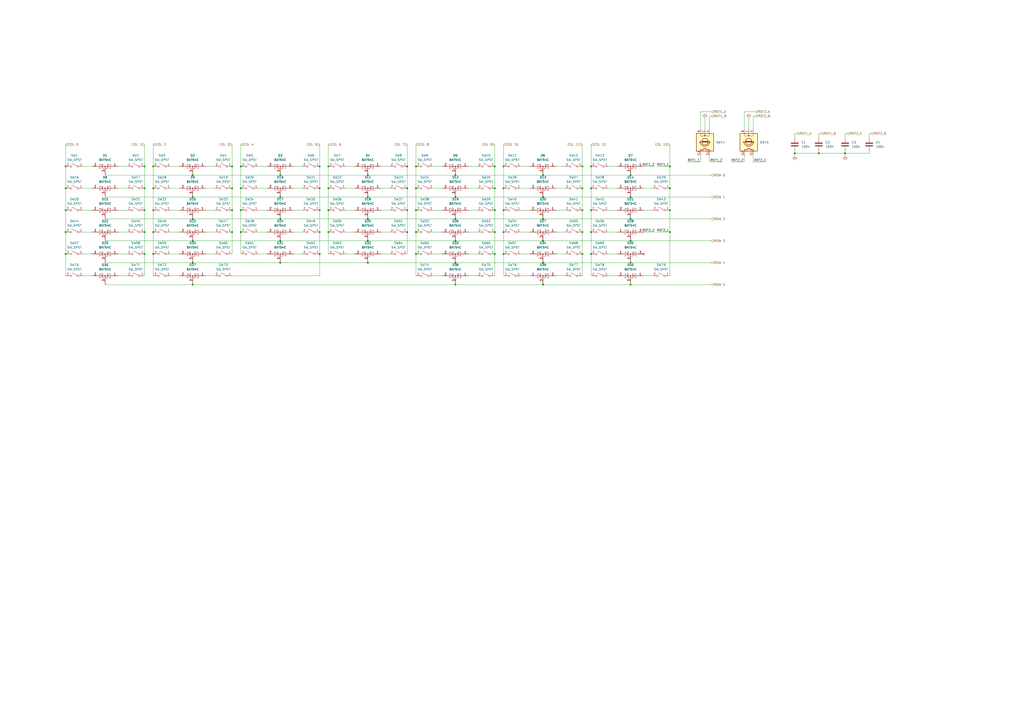
<source format=kicad_sch>
(kicad_sch (version 20211123) (generator eeschema)
  (paper "A2")
  (lib_symbols
    (symbol "Device:C" (pin_numbers hide) (pin_names (offset 0.254))
      (property "Reference" "C" (at 0.635 2.54 0))
      (property "Value" "C" (at 0.635 -2.54 0))
      (symbol "C_1_1"
        (pin passive line (at 0 3.81 270) (length 2.794) (name "~") (number "1"))
        (pin passive line (at 0 -3.81 90) (length 2.794) (name "~") (number "2"))
      )
    )
    (symbol "Device:RotaryEncoder_Switch" (pin_names (offset 0.254) hide)
      (property "Reference" "SW" (at 0 6.604 0))
      (property "Value" "RotaryEncoder_Switch" (at 0 -6.604 0))
      (symbol "RotaryEncoder_Switch_1_1"
        (pin passive line (at -7.62 2.54 0) (length 2.54) (name "A") (number "A"))
        (pin passive line (at -7.62 -2.54 0) (length 2.54) (name "B") (number "B"))
        (pin passive line (at -7.62 0 0) (length 2.54) (name "C") (number "C"))
        (pin passive line (at 7.62 2.54 180) (length 2.54) (name "S1") (number "S1"))
        (pin passive line (at 7.62 -2.54 180) (length 2.54) (name "S2") (number "S2"))
      )
    )
    (symbol "Diode:BAT54C" (pin_names (offset 1.016))
      (property "Reference" "D" (at 0.635 -3.81 0))
      (property "Value" "BAT54C" (at -6.35 3.175 0))
      (symbol "BAT54C_1_1"
        (pin passive line (at -7.62 0 0) (length 3.81) (name "~") (number "1"))
        (pin passive line (at 7.62 0 180) (length 3.81) (name "~") (number "2"))
        (pin passive line (at 0 -5.08 90) (length 5.08) (name "~") (number "3"))
      )
    )
    (symbol "Switch:SW_SPST" (pin_names (offset 0) hide)
      (property "Reference" "SW" (at 0 3.175 0))
      (property "Value" "SW_SPST" (at 0 -2.54 0))
      (symbol "SW_SPST_1_1"
        (pin passive line (at -5.08 0 0) (length 2.54) (name "A") (number "1"))
        (pin passive line (at 5.08 0 180) (length 2.54) (name "B") (number "2"))
      )
    )
    (symbol "power:GND" (power) (pin_names (offset 0))
      (property "Value" "GND" (at 0 -3.81 0))
      (symbol "GND_1_1"
        (pin power_in line (at 0 0 270) (length 0) hide (name "GND") (number "1"))
      )
    )
  )
  (junction (at 139.7 109.22))
  (junction (at 185.42 96.52))
  (junction (at 213.36 101.6))
  (junction (at 365.76 127))
  (junction (at 474.98 88.9))
  (junction (at 162.56 139.7))
  (junction (at 365.76 152.4))
  (junction (at 292.1 147.32))
  (junction (at 111.76 139.7))
  (junction (at 83.82 134.62))
  (junction (at 287.02 96.52))
  (junction (at 139.7 134.62))
  (junction (at 111.76 101.6))
  (junction (at 88.9 109.22))
  (junction (at 287.02 147.32))
  (junction (at 388.62 109.22))
  (junction (at 162.56 152.4))
  (junction (at 264.16 165.1))
  (junction (at 111.76 165.1))
  (junction (at 490.22 88.9))
  (junction (at 236.22 134.62))
  (junction (at 88.9 121.92))
  (junction (at 264.16 152.4))
  (junction (at 236.22 96.52))
  (junction (at 38.1 147.32))
  (junction (at 190.5 134.62))
  (junction (at 264.16 139.7))
  (junction (at 134.62 109.22))
  (junction (at 190.5 109.22))
  (junction (at 264.16 101.6))
  (junction (at 38.1 96.52))
  (junction (at 342.9 109.22))
  (junction (at 139.7 121.92))
  (junction (at 139.7 96.52))
  (junction (at 88.9 134.62))
  (junction (at 337.82 121.92))
  (junction (at 185.42 121.92))
  (junction (at 162.56 114.3))
  (junction (at 342.9 121.92))
  (junction (at 88.9 96.52))
  (junction (at 314.96 127))
  (junction (at 365.76 114.3))
  (junction (at 236.22 121.92))
  (junction (at 365.76 101.6))
  (junction (at 241.3 121.92))
  (junction (at 185.42 134.62))
  (junction (at 213.36 152.4))
  (junction (at 236.22 109.22))
  (junction (at 213.36 114.3))
  (junction (at 337.82 147.32))
  (junction (at 134.62 96.52))
  (junction (at 241.3 109.22))
  (junction (at 38.1 109.22))
  (junction (at 213.36 139.7))
  (junction (at 342.9 134.62))
  (junction (at 111.76 114.3))
  (junction (at 185.42 109.22))
  (junction (at 292.1 96.52))
  (junction (at 83.82 109.22))
  (junction (at 388.62 121.92))
  (junction (at 241.3 147.32))
  (junction (at 365.76 139.7))
  (junction (at 241.3 96.52))
  (junction (at 38.1 134.62))
  (junction (at 314.96 114.3))
  (junction (at 388.62 96.52))
  (junction (at 287.02 109.22))
  (junction (at 83.82 147.32))
  (junction (at 461.01 88.9))
  (junction (at 241.3 134.62))
  (junction (at 264.16 114.3))
  (junction (at 190.5 96.52))
  (junction (at 185.42 147.32))
  (junction (at 314.96 101.6))
  (junction (at 292.1 134.62))
  (junction (at 314.96 165.1))
  (junction (at 111.76 152.4))
  (junction (at 292.1 121.92))
  (junction (at 83.82 121.92))
  (junction (at 287.02 121.92))
  (junction (at 388.62 134.62))
  (junction (at 342.9 147.32))
  (junction (at 337.82 134.62))
  (junction (at 213.36 127))
  (junction (at 342.9 96.52))
  (junction (at 83.82 96.52))
  (junction (at 38.1 121.92))
  (junction (at 292.1 109.22))
  (junction (at 134.62 121.92))
  (junction (at 111.76 127))
  (junction (at 264.16 127))
  (junction (at 134.62 134.62))
  (junction (at 314.96 139.7))
  (junction (at 314.96 152.4))
  (junction (at 365.76 165.1))
  (junction (at 162.56 101.6))
  (junction (at 162.56 127))
  (junction (at 190.5 121.92))
  (junction (at 337.82 109.22))
  (junction (at 287.02 134.62))
  (junction (at 88.9 147.32))
  (junction (at 337.82 96.52))
  (no_connect (at 373.38 147.32))
  (wire (pts (xy 411.48 93.98) (xy 419.1 93.98)))
  (wire (pts (xy 322.58 134.62) (xy 327.66 134.62)))
  (wire (pts (xy 236.22 83.82) (xy 236.22 96.52)))
  (wire (pts (xy 111.76 139.7) (xy 162.56 139.7)))
  (wire (pts (xy 213.36 139.7) (xy 264.16 139.7)))
  (wire (pts (xy 342.9 134.62) (xy 342.9 147.32)))
  (wire (pts (xy 170.18 109.22) (xy 175.26 109.22)))
  (wire (pts (xy 287.02 83.82) (xy 287.02 96.52)))
  (wire (pts (xy 185.42 134.62) (xy 185.42 147.32)))
  (wire (pts (xy 68.58 134.62) (xy 73.66 134.62)))
  (wire (pts (xy 134.62 83.82) (xy 134.62 96.52)))
  (wire (pts (xy 38.1 109.22) (xy 38.1 121.92)))
  (wire (pts (xy 373.38 109.22) (xy 378.46 109.22)))
  (wire (pts (xy 48.26 109.22) (xy 53.34 109.22)))
  (wire (pts (xy 461.01 88.9) (xy 461.01 90.17)))
  (wire (pts (xy 491.49 77.47) (xy 490.22 77.47)))
  (wire (pts (xy 220.98 96.52) (xy 226.06 96.52)))
  (wire (pts (xy 314.96 101.6) (xy 365.76 101.6)))
  (wire (pts (xy 88.9 121.92) (xy 88.9 134.62)))
  (wire (pts (xy 48.26 134.62) (xy 53.34 134.62)))
  (wire (pts (xy 411.48 90.17) (xy 411.48 93.98)))
  (wire (pts (xy 185.42 96.52) (xy 185.42 109.22)))
  (wire (pts (xy 68.58 96.52) (xy 73.66 96.52)))
  (wire (pts (xy 88.9 96.52) (xy 88.9 109.22)))
  (wire (pts (xy 83.82 83.82) (xy 83.82 96.52)))
  (wire (pts (xy 99.06 121.92) (xy 104.14 121.92)))
  (wire (pts (xy 342.9 109.22) (xy 342.9 121.92)))
  (wire (pts (xy 314.96 114.3) (xy 365.76 114.3)))
  (wire (pts (xy 99.06 147.32) (xy 104.14 147.32)))
  (wire (pts (xy 337.82 96.52) (xy 337.82 109.22)))
  (wire (pts (xy 236.22 134.62) (xy 236.22 147.32)))
  (wire (pts (xy 353.06 134.62) (xy 358.14 134.62)))
  (wire (pts (xy 314.96 139.7) (xy 365.76 139.7)))
  (wire (pts (xy 251.46 134.62) (xy 256.54 134.62)))
  (wire (pts (xy 271.78 147.32) (xy 276.86 147.32)))
  (wire (pts (xy 474.98 87.63) (xy 474.98 88.9)))
  (wire (pts (xy 461.01 77.47) (xy 461.01 80.01)))
  (wire (pts (xy 314.96 152.4) (xy 365.76 152.4)))
  (wire (pts (xy 322.58 109.22) (xy 327.66 109.22)))
  (wire (pts (xy 38.1 96.52) (xy 38.1 109.22)))
  (wire (pts (xy 474.98 88.9) (xy 461.01 88.9)))
  (wire (pts (xy 134.62 109.22) (xy 134.62 121.92)))
  (wire (pts (xy 162.56 101.6) (xy 213.36 101.6)))
  (wire (pts (xy 251.46 96.52) (xy 256.54 96.52)))
  (wire (pts (xy 342.9 121.92) (xy 342.9 134.62)))
  (wire (pts (xy 139.7 109.22) (xy 139.7 121.92)))
  (wire (pts (xy 48.26 147.32) (xy 53.34 147.32)))
  (wire (pts (xy 139.7 134.62) (xy 139.7 147.32)))
  (wire (pts (xy 462.28 77.47) (xy 461.01 77.47)))
  (wire (pts (xy 302.26 160.02) (xy 307.34 160.02)))
  (wire (pts (xy 185.42 121.92) (xy 185.42 134.62)))
  (wire (pts (xy 111.76 127) (xy 162.56 127)))
  (wire (pts (xy 406.4 64.77) (xy 412.75 64.77)))
  (wire (pts (xy 337.82 83.82) (xy 337.82 96.52)))
  (wire (pts (xy 251.46 160.02) (xy 256.54 160.02)))
  (wire (pts (xy 60.96 152.4) (xy 111.76 152.4)))
  (wire (pts (xy 408.94 68.58) (xy 408.94 74.93)))
  (wire (pts (xy 251.46 121.92) (xy 256.54 121.92)))
  (wire (pts (xy 436.88 67.31) (xy 438.15 67.31)))
  (wire (pts (xy 504.19 87.63) (xy 504.19 88.9)))
  (wire (pts (xy 271.78 96.52) (xy 276.86 96.52)))
  (wire (pts (xy 213.36 127) (xy 264.16 127)))
  (wire (pts (xy 314.96 165.1) (xy 365.76 165.1)))
  (wire (pts (xy 322.58 96.52) (xy 327.66 96.52)))
  (wire (pts (xy 60.96 165.1) (xy 111.76 165.1)))
  (wire (pts (xy 68.58 147.32) (xy 73.66 147.32)))
  (wire (pts (xy 68.58 160.02) (xy 73.66 160.02)))
  (wire (pts (xy 190.5 109.22) (xy 190.5 121.92)))
  (wire (pts (xy 373.38 160.02) (xy 378.46 160.02)))
  (wire (pts (xy 83.82 134.62) (xy 83.82 147.32)))
  (wire (pts (xy 111.76 152.4) (xy 162.56 152.4)))
  (wire (pts (xy 134.62 121.92) (xy 134.62 134.62)))
  (wire (pts (xy 170.18 121.92) (xy 175.26 121.92)))
  (wire (pts (xy 162.56 114.3) (xy 213.36 114.3)))
  (wire (pts (xy 149.86 109.22) (xy 154.94 109.22)))
  (wire (pts (xy 365.76 152.4) (xy 412.75 152.4)))
  (wire (pts (xy 271.78 160.02) (xy 276.86 160.02)))
  (wire (pts (xy 264.16 165.1) (xy 314.96 165.1)))
  (wire (pts (xy 119.38 147.32) (xy 124.46 147.32)))
  (wire (pts (xy 200.66 96.52) (xy 205.74 96.52)))
  (wire (pts (xy 302.26 109.22) (xy 307.34 109.22)))
  (wire (pts (xy 236.22 109.22) (xy 236.22 121.92)))
  (wire (pts (xy 353.06 147.32) (xy 358.14 147.32)))
  (wire (pts (xy 185.42 83.82) (xy 185.42 96.52)))
  (wire (pts (xy 200.66 121.92) (xy 205.74 121.92)))
  (wire (pts (xy 388.62 83.82) (xy 388.62 96.52)))
  (wire (pts (xy 60.96 127) (xy 111.76 127)))
  (wire (pts (xy 322.58 121.92) (xy 327.66 121.92)))
  (wire (pts (xy 353.06 96.52) (xy 358.14 96.52)))
  (wire (pts (xy 119.38 121.92) (xy 124.46 121.92)))
  (wire (pts (xy 251.46 147.32) (xy 256.54 147.32)))
  (wire (pts (xy 302.26 96.52) (xy 307.34 96.52)))
  (wire (pts (xy 190.5 96.52) (xy 190.5 109.22)))
  (wire (pts (xy 322.58 147.32) (xy 327.66 147.32)))
  (wire (pts (xy 38.1 121.92) (xy 38.1 134.62)))
  (wire (pts (xy 264.16 114.3) (xy 314.96 114.3)))
  (wire (pts (xy 271.78 134.62) (xy 276.86 134.62)))
  (wire (pts (xy 292.1 83.82) (xy 292.1 96.52)))
  (wire (pts (xy 292.1 96.52) (xy 292.1 109.22)))
  (wire (pts (xy 365.76 114.3) (xy 412.75 114.3)))
  (wire (pts (xy 236.22 96.52) (xy 236.22 109.22)))
  (wire (pts (xy 476.25 77.47) (xy 474.98 77.47)))
  (wire (pts (xy 381 134.62) (xy 388.62 134.62)))
  (wire (pts (xy 292.1 134.62) (xy 292.1 147.32)))
  (wire (pts (xy 220.98 109.22) (xy 226.06 109.22)))
  (wire (pts (xy 190.5 134.62) (xy 190.5 147.32)))
  (wire (pts (xy 149.86 96.52) (xy 154.94 96.52)))
  (wire (pts (xy 490.22 87.63) (xy 490.22 88.9)))
  (wire (pts (xy 251.46 109.22) (xy 256.54 109.22)))
  (wire (pts (xy 213.36 152.4) (xy 264.16 152.4)))
  (wire (pts (xy 38.1 147.32) (xy 38.1 160.02)))
  (wire (pts (xy 411.48 67.31) (xy 412.75 67.31)))
  (wire (pts (xy 200.66 109.22) (xy 205.74 109.22)))
  (wire (pts (xy 83.82 121.92) (xy 83.82 134.62)))
  (wire (pts (xy 38.1 83.82) (xy 38.1 96.52)))
  (wire (pts (xy 490.22 77.47) (xy 490.22 80.01)))
  (wire (pts (xy 241.3 109.22) (xy 241.3 121.92)))
  (wire (pts (xy 302.26 121.92) (xy 307.34 121.92)))
  (wire (pts (xy 88.9 109.22) (xy 88.9 121.92)))
  (wire (pts (xy 353.06 160.02) (xy 358.14 160.02)))
  (wire (pts (xy 170.18 147.32) (xy 175.26 147.32)))
  (wire (pts (xy 287.02 134.62) (xy 287.02 147.32)))
  (wire (pts (xy 365.76 101.6) (xy 412.75 101.6)))
  (wire (pts (xy 83.82 96.52) (xy 83.82 109.22)))
  (wire (pts (xy 213.36 114.3) (xy 264.16 114.3)))
  (wire (pts (xy 264.16 152.4) (xy 314.96 152.4)))
  (wire (pts (xy 111.76 101.6) (xy 162.56 101.6)))
  (wire (pts (xy 434.34 68.58) (xy 434.34 74.93)))
  (wire (pts (xy 162.56 139.7) (xy 213.36 139.7)))
  (wire (pts (xy 431.8 64.77) (xy 431.8 74.93)))
  (wire (pts (xy 365.76 165.1) (xy 412.75 165.1)))
  (wire (pts (xy 373.38 134.62) (xy 379.73 134.62)))
  (wire (pts (xy 220.98 147.32) (xy 226.06 147.32)))
  (wire (pts (xy 68.58 109.22) (xy 73.66 109.22)))
  (wire (pts (xy 170.18 96.52) (xy 175.26 96.52)))
  (wire (pts (xy 99.06 96.52) (xy 104.14 96.52)))
  (wire (pts (xy 292.1 121.92) (xy 292.1 134.62)))
  (wire (pts (xy 38.1 134.62) (xy 38.1 147.32)))
  (wire (pts (xy 88.9 83.82) (xy 88.9 96.52)))
  (wire (pts (xy 48.26 160.02) (xy 53.34 160.02)))
  (wire (pts (xy 461.01 87.63) (xy 461.01 88.9)))
  (wire (pts (xy 149.86 147.32) (xy 154.94 147.32)))
  (wire (pts (xy 505.46 77.47) (xy 504.19 77.47)))
  (wire (pts (xy 264.16 139.7) (xy 314.96 139.7)))
  (wire (pts (xy 388.62 96.52) (xy 388.62 109.22)))
  (wire (pts (xy 431.8 93.98) (xy 424.18 93.98)))
  (wire (pts (xy 60.96 114.3) (xy 111.76 114.3)))
  (wire (pts (xy 220.98 134.62) (xy 226.06 134.62)))
  (wire (pts (xy 60.96 139.7) (xy 111.76 139.7)))
  (wire (pts (xy 353.06 121.92) (xy 358.14 121.92)))
  (wire (pts (xy 111.76 165.1) (xy 264.16 165.1)))
  (wire (pts (xy 287.02 109.22) (xy 287.02 121.92)))
  (wire (pts (xy 490.22 88.9) (xy 490.22 90.17)))
  (wire (pts (xy 504.19 77.47) (xy 504.19 80.01)))
  (wire (pts (xy 111.76 114.3) (xy 162.56 114.3)))
  (wire (pts (xy 411.48 74.93) (xy 411.48 67.31)))
  (wire (pts (xy 373.38 121.92) (xy 378.46 121.92)))
  (wire (pts (xy 200.66 147.32) (xy 205.74 147.32)))
  (wire (pts (xy 474.98 77.47) (xy 474.98 80.01)))
  (wire (pts (xy 365.76 139.7) (xy 412.75 139.7)))
  (wire (pts (xy 388.62 134.62) (xy 388.62 160.02)))
  (wire (pts (xy 149.86 134.62) (xy 154.94 134.62)))
  (wire (pts (xy 162.56 127) (xy 213.36 127)))
  (wire (pts (xy 83.82 147.32) (xy 83.82 160.02)))
  (wire (pts (xy 337.82 121.92) (xy 337.82 134.62)))
  (wire (pts (xy 381 96.52) (xy 388.62 96.52)))
  (wire (pts (xy 241.3 83.82) (xy 241.3 96.52)))
  (wire (pts (xy 342.9 83.82) (xy 342.9 96.52)))
  (wire (pts (xy 504.19 88.9) (xy 490.22 88.9)))
  (wire (pts (xy 68.58 121.92) (xy 73.66 121.92)))
  (wire (pts (xy 314.96 127) (xy 365.76 127)))
  (wire (pts (xy 200.66 134.62) (xy 205.74 134.62)))
  (wire (pts (xy 302.26 134.62) (xy 307.34 134.62)))
  (wire (pts (xy 337.82 109.22) (xy 337.82 121.92)))
  (wire (pts (xy 139.7 83.82) (xy 139.7 96.52)))
  (wire (pts (xy 99.06 109.22) (xy 104.14 109.22)))
  (wire (pts (xy 190.5 121.92) (xy 190.5 134.62)))
  (wire (pts (xy 162.56 152.4) (xy 213.36 152.4)))
  (wire (pts (xy 431.8 64.77) (xy 438.15 64.77)))
  (wire (pts (xy 436.88 90.17) (xy 436.88 93.98)))
  (wire (pts (xy 185.42 147.32) (xy 185.42 160.02)))
  (wire (pts (xy 388.62 121.92) (xy 388.62 134.62)))
  (wire (pts (xy 436.88 93.98) (xy 444.5 93.98)))
  (wire (pts (xy 322.58 160.02) (xy 327.66 160.02)))
  (wire (pts (xy 48.26 121.92) (xy 53.34 121.92)))
  (wire (pts (xy 264.16 127) (xy 314.96 127)))
  (wire (pts (xy 287.02 147.32) (xy 287.02 160.02)))
  (wire (pts (xy 271.78 121.92) (xy 276.86 121.92)))
  (wire (pts (xy 190.5 83.82) (xy 190.5 96.52)))
  (wire (pts (xy 388.62 109.22) (xy 388.62 121.92)))
  (wire (pts (xy 292.1 147.32) (xy 292.1 160.02)))
  (wire (pts (xy 134.62 134.62) (xy 134.62 147.32)))
  (wire (pts (xy 185.42 109.22) (xy 185.42 121.92)))
  (wire (pts (xy 271.78 109.22) (xy 276.86 109.22)))
  (wire (pts (xy 287.02 96.52) (xy 287.02 109.22)))
  (wire (pts (xy 241.3 134.62) (xy 241.3 147.32)))
  (wire (pts (xy 88.9 147.32) (xy 88.9 160.02)))
  (wire (pts (xy 60.96 101.6) (xy 111.76 101.6)))
  (wire (pts (xy 213.36 101.6) (xy 264.16 101.6)))
  (wire (pts (xy 139.7 96.52) (xy 139.7 109.22)))
  (wire (pts (xy 337.82 147.32) (xy 337.82 160.02)))
  (wire (pts (xy 134.62 96.52) (xy 134.62 109.22)))
  (wire (pts (xy 241.3 147.32) (xy 241.3 160.02)))
  (wire (pts (xy 264.16 101.6) (xy 314.96 101.6)))
  (wire (pts (xy 139.7 121.92) (xy 139.7 134.62)))
  (wire (pts (xy 241.3 96.52) (xy 241.3 109.22)))
  (wire (pts (xy 119.38 134.62) (xy 124.46 134.62)))
  (wire (pts (xy 353.06 109.22) (xy 358.14 109.22)))
  (wire (pts (xy 431.8 90.17) (xy 431.8 93.98)))
  (wire (pts (xy 406.4 93.98) (xy 398.78 93.98)))
  (wire (pts (xy 149.86 121.92) (xy 154.94 121.92)))
  (wire (pts (xy 119.38 96.52) (xy 124.46 96.52)))
  (wire (pts (xy 99.06 134.62) (xy 104.14 134.62)))
  (wire (pts (xy 119.38 160.02) (xy 124.46 160.02)))
  (wire (pts (xy 342.9 96.52) (xy 342.9 109.22)))
  (wire (pts (xy 170.18 134.62) (xy 175.26 134.62)))
  (wire (pts (xy 88.9 134.62) (xy 88.9 147.32)))
  (wire (pts (xy 342.9 147.32) (xy 342.9 160.02)))
  (wire (pts (xy 365.76 127) (xy 412.75 127)))
  (wire (pts (xy 241.3 121.92) (xy 241.3 134.62)))
  (wire (pts (xy 83.82 109.22) (xy 83.82 121.92)))
  (wire (pts (xy 337.82 134.62) (xy 337.82 147.32)))
  (wire (pts (xy 474.98 88.9) (xy 490.22 88.9)))
  (wire (pts (xy 406.4 90.17) (xy 406.4 93.98)))
  (wire (pts (xy 119.38 109.22) (xy 124.46 109.22)))
  (wire (pts (xy 292.1 109.22) (xy 292.1 121.92)))
  (wire (pts (xy 302.26 147.32) (xy 307.34 147.32)))
  (wire (pts (xy 236.22 121.92) (xy 236.22 134.62)))
  (wire (pts (xy 436.88 74.93) (xy 436.88 67.31)))
  (wire (pts (xy 99.06 160.02) (xy 104.14 160.02)))
  (wire (pts (xy 185.42 160.02) (xy 134.62 160.02)))
  (wire (pts (xy 373.38 96.52) (xy 379.73 96.52)))
  (wire (pts (xy 287.02 121.92) (xy 287.02 134.62)))
  (wire (pts (xy 48.26 96.52) (xy 53.34 96.52)))
  (wire (pts (xy 406.4 64.77) (xy 406.4 74.93)))
  (wire (pts (xy 220.98 121.92) (xy 226.06 121.92)))
  (label "ROT1_2" (at 419.1 93.98 180))
  (label "ROT2_2" (at 424.18 93.98 0))
  (label "ROT1_2" (at 379.73 96.52 180))
  (label "ROT1_1" (at 381 96.52 0))
  (label "ROT1_1" (at 398.78 93.98 0))
  (label "ROT2_1" (at 381 134.62 0))
  (label "ROT2_2" (at 379.73 134.62 180))
  (label "ROT2_1" (at 444.5 93.98 180))
  (hierarchical_label "ROT1_B" (shape input) (at 412.75 67.31 0))
  (hierarchical_label "COL 1" (shape input) (at 83.82 83.82 180))
  (hierarchical_label "ROT1_B" (shape input) (at 476.25 77.47 0))
  (hierarchical_label "COL 6" (shape input) (at 190.5 83.82 0))
  (hierarchical_label "COL 9" (shape input) (at 287.02 83.82 180))
  (hierarchical_label "ROW 3" (shape input) (at 412.75 139.7 0))
  (hierarchical_label "ROT2_B" (shape input) (at 505.46 77.47 0))
  (hierarchical_label "COL 8" (shape input) (at 241.3 83.82 0))
  (hierarchical_label "COL 7" (shape input) (at 236.22 83.82 180))
  (hierarchical_label "ROT1_A" (shape input) (at 462.28 77.47 0))
  (hierarchical_label "COL 11" (shape input) (at 337.82 83.82 180))
  (hierarchical_label "ROW 4" (shape input) (at 412.75 152.4 0))
  (hierarchical_label "COL 12" (shape input) (at 342.9 83.82 0))
  (hierarchical_label "ROW 0" (shape input) (at 412.75 101.6 0))
  (hierarchical_label "ROW 1" (shape input) (at 412.75 114.3 0))
  (hierarchical_label "COL 2" (shape input) (at 88.9 83.82 0))
  (hierarchical_label "COL 13" (shape input) (at 388.62 83.82 180))
  (hierarchical_label "COL 0" (shape input) (at 38.1 83.82 0))
  (hierarchical_label "ROT1_A" (shape input) (at 412.75 64.77 0))
  (hierarchical_label "ROW 5" (shape input) (at 412.75 165.1 0))
  (hierarchical_label "COL 5" (shape input) (at 185.42 83.82 180))
  (hierarchical_label "COL 10" (shape input) (at 292.1 83.82 0))
  (hierarchical_label "ROT2_A" (shape input) (at 491.49 77.47 0))
  (hierarchical_label "COL 4" (shape input) (at 139.7 83.82 0))
  (hierarchical_label "COL 3" (shape input) (at 134.62 83.82 180))
  (hierarchical_label "ROW 2" (shape input) (at 412.75 127 0))
  (hierarchical_label "ROT2_B" (shape input) (at 438.15 67.31 0))
  (hierarchical_label "ROT2_A" (shape input) (at 438.15 64.77 0))
  (symbol (lib_id "Switch:SW_SPST") (at 78.74 121.92 0) (mirror y) (unit 1)
    (property "Reference" "SW31" (at 78.74 115.57 0))
    (property "Value" "SW_SPST" (at 78.74 118.11 0))
    (property "Footprint" "keyswitch_pretty:Kailh_socket_MX" (effects hide))
  )
  (symbol (lib_id "Switch:SW_SPST") (at 383.54 121.92 0) (mirror y) (unit 1)
    (property "Reference" "SW43" (at 383.54 115.57 0))
    (property "Value" "SW_SPST" (at 383.54 118.11 0))
    (property "Footprint" "keyswitch_pretty:Kailh_socket_MX" (effects hide))
  )
  (symbol (lib_id "Switch:SW_SPST") (at 180.34 147.32 0) (mirror y) (unit 1)
    (property "Reference" "SW62" (at 180.34 140.97 0))
    (property "Value" "SW_SPST" (at 180.34 143.51 0))
    (property "Footprint" "keyswitch_pretty:Kailh_socket_MX" (effects hide))
  )
  (symbol (lib_id "Switch:SW_SPST") (at 231.14 121.92 0) (mirror y) (unit 1)
    (property "Reference" "SW37" (at 231.14 115.57 0))
    (property "Value" "SW_SPST" (at 231.14 118.11 0))
    (property "Footprint" "keyswitch_pretty:Kailh_socket_MX" (effects hide))
  )
  (symbol (lib_id "Switch:SW_SPST") (at 43.18 96.52 0) (mirror y) (unit 1)
    (property "Reference" "SW1" (at 43.18 90.17 0))
    (property "Value" "SW_SPST" (at 43.18 92.71 0))
    (property "Footprint" "keyswitch_pretty:Kailh_socket_MX" (effects hide))
  )
  (symbol (lib_id "Switch:SW_SPST") (at 144.78 147.32 0) (mirror y) (unit 1)
    (property "Reference" "SW61" (at 144.78 140.97 0))
    (property "Value" "SW_SPST" (at 144.78 143.51 0))
    (property "Footprint" "keyswitch_pretty:Kailh_socket_MX" (effects hide))
  )
  (symbol (lib_id "Diode:BAT54C") (at 162.56 134.62 0) (mirror y) (unit 1)
    (property "Reference" "D24" (at 162.56 128.27 0))
    (property "Value" "BAT54C" (at 162.56 130.81 0))
    (property "Footprint" "_scott_lib:SOT-23" (effects hide))
    (property "Datasheet" "http://www.diodes.com/_files/datasheets/ds11005.pdf" (effects hide))
  )
  (symbol (lib_id "Switch:SW_SPST") (at 78.74 134.62 0) (mirror y) (unit 1)
    (property "Reference" "SW45" (at 78.74 128.27 0))
    (property "Value" "SW_SPST" (at 78.74 130.81 0))
    (property "Footprint" "keyswitch_pretty:Kailh_socket_MX" (effects hide))
  )
  (symbol (lib_id "Switch:SW_SPST") (at 231.14 96.52 0) (mirror y) (unit 1)
    (property "Reference" "SW8" (at 231.14 90.17 0))
    (property "Value" "SW_SPST" (at 231.14 92.71 0))
    (property "Footprint" "keyswitch_pretty:Kailh_socket_MX" (effects hide))
  )
  (symbol (lib_id "Switch:SW_SPST") (at 78.74 160.02 0) (mirror y) (unit 1)
    (property "Reference" "SW71" (at 78.74 153.67 0))
    (property "Value" "SW_SPST" (at 78.74 156.21 0))
    (property "Footprint" "keyswitch_pretty:Kailh_socket_MX" (effects hide))
  )
  (symbol (lib_id "Switch:SW_SPST") (at 195.58 109.22 0) (mirror y) (unit 1)
    (property "Reference" "SW22" (at 195.58 102.87 0))
    (property "Value" "SW_SPST" (at 195.58 105.41 0))
    (property "Footprint" "keyswitch_pretty:Kailh_socket_MX" (effects hide))
  )
  (symbol (lib_id "Diode:BAT54C") (at 264.16 147.32 0) (mirror y) (unit 1)
    (property "Reference" "D33" (at 264.16 140.97 0))
    (property "Value" "BAT54C" (at 264.16 143.51 0))
    (property "Footprint" "_scott_lib:SOT-23" (effects hide))
    (property "Datasheet" "http://www.diodes.com/_files/datasheets/ds11005.pdf" (effects hide))
  )
  (symbol (lib_id "Switch:SW_SPST") (at 383.54 160.02 0) (mirror y) (unit 1)
    (property "Reference" "SW79" (at 383.54 153.67 0))
    (property "Value" "SW_SPST" (at 383.54 156.21 0))
    (property "Footprint" "keyswitch_pretty:Kailh_socket_MX" (effects hide))
  )
  (symbol (lib_id "Diode:BAT54C") (at 264.16 121.92 0) (mirror y) (unit 1)
    (property "Reference" "D19" (at 264.16 115.57 0))
    (property "Value" "BAT54C" (at 264.16 118.11 0))
    (property "Footprint" "_scott_lib:SOT-23" (effects hide))
    (property "Datasheet" "http://www.diodes.com/_files/datasheets/ds11005.pdf" (effects hide))
  )
  (symbol (lib_id "Switch:SW_SPST") (at 129.54 96.52 0) (mirror y) (unit 1)
    (property "Reference" "SW4" (at 129.54 90.17 0))
    (property "Value" "SW_SPST" (at 129.54 92.71 0))
    (property "Footprint" "keyswitch_pretty:Kailh_socket_MX" (effects hide))
  )
  (symbol (lib_id "Switch:SW_SPST") (at 144.78 109.22 0) (mirror y) (unit 1)
    (property "Reference" "SW20" (at 144.78 102.87 0))
    (property "Value" "SW_SPST" (at 144.78 105.41 0))
    (property "Footprint" "keyswitch_pretty:Kailh_socket_MX" (effects hide))
  )
  (symbol (lib_id "Diode:BAT54C") (at 111.76 109.22 0) (mirror y) (unit 1)
    (property "Reference" "D9" (at 111.76 102.87 0))
    (property "Value" "BAT54C" (at 111.76 105.41 0))
    (property "Footprint" "_scott_lib:SOT-23" (effects hide))
    (property "Datasheet" "http://www.diodes.com/_files/datasheets/ds11005.pdf" (effects hide))
  )
  (symbol (lib_id "Device:C") (at 461.01 83.82 0) (unit 1)
    (property "Reference" "C1" (at 464.82 82.5499 0) (effects (justify left)))
    (property "Value" "100n" (at 464.82 85.0899 0) (effects (justify left)))
    (property "Footprint" "_scott_lib:C_0603_1608Metric_Pad1.08x0.95mm_HandSolder" (effects hide))
  )
  (symbol (lib_id "Switch:SW_SPST") (at 93.98 109.22 0) (mirror y) (unit 1)
    (property "Reference" "SW18" (at 93.98 102.87 0))
    (property "Value" "SW_SPST" (at 93.98 105.41 0))
    (property "Footprint" "keyswitch_pretty:Kailh_socket_MX" (effects hide))
  )
  (symbol (lib_id "Switch:SW_SPST") (at 43.18 134.62 0) (mirror y) (unit 1)
    (property "Reference" "SW44" (at 43.18 128.27 0))
    (property "Value" "SW_SPST" (at 43.18 130.81 0))
    (property "Footprint" "keyswitch_pretty:Kailh_socket_MX" (effects hide))
  )
  (symbol (lib_id "Diode:BAT54C") (at 365.76 147.32 0) (unit 1)
    (property "Reference" "D35" (at 365.76 140.97 0))
    (property "Value" "BAT54C" (at 365.76 143.51 0))
    (property "Footprint" "_scott_lib:SOT-23" (effects hide))
    (property "Datasheet" "http://www.diodes.com/_files/datasheets/ds11005.pdf" (effects hide))
  )
  (symbol (lib_id "Switch:SW_SPST") (at 281.94 134.62 0) (mirror y) (unit 1)
    (property "Reference" "SW53" (at 281.94 128.27 0))
    (property "Value" "SW_SPST" (at 281.94 130.81 0))
    (property "Footprint" "keyswitch_pretty:Kailh_socket_MX" (effects hide))
  )
  (symbol (lib_id "Switch:SW_SPST") (at 78.74 147.32 0) (mirror y) (unit 1)
    (property "Reference" "SW58" (at 78.74 140.97 0))
    (property "Value" "SW_SPST" (at 78.74 143.51 0))
    (property "Footprint" "keyswitch_pretty:Kailh_socket_MX" (effects hide))
  )
  (symbol (lib_id "Switch:SW_SPST") (at 332.74 109.22 0) (mirror y) (unit 1)
    (property "Reference" "SW27" (at 332.74 102.87 0))
    (property "Value" "SW_SPST" (at 332.74 105.41 0))
    (property "Footprint" "keyswitch_pretty:Kailh_socket_MX" (effects hide))
  )
  (symbol (lib_id "Switch:SW_SPST") (at 93.98 147.32 0) (mirror y) (unit 1)
    (property "Reference" "SW59" (at 93.98 140.97 0))
    (property "Value" "SW_SPST" (at 93.98 143.51 0))
    (property "Footprint" "keyswitch_pretty:Kailh_socket_MX" (effects hide))
  )
  (symbol (lib_id "Switch:SW_SPST") (at 347.98 134.62 0) (mirror y) (unit 1)
    (property "Reference" "SW56" (at 347.98 128.27 0))
    (property "Value" "SW_SPST" (at 347.98 130.81 0))
    (property "Footprint" "keyswitch_pretty:Kailh_socket_MX" (effects hide))
  )
  (symbol (lib_id "Switch:SW_SPST") (at 144.78 121.92 0) (mirror y) (unit 1)
    (property "Reference" "SW34" (at 144.78 115.57 0))
    (property "Value" "SW_SPST" (at 144.78 118.11 0))
    (property "Footprint" "keyswitch_pretty:Kailh_socket_MX" (effects hide))
  )
  (symbol (lib_id "Device:RotaryEncoder_Switch") (at 408.94 82.55 270) (unit 1)
    (property "Reference" "SW14" (at 415.29 82.5499 90) (effects (justify left)))
    (property "Value" "RotaryEncoder_Switch" (effects hide))
    (property "Footprint" "_scott_lib:RotaryEncoder_Alps_EC11E-Switch_Vertical_H20mm" (effects hide))
  )
  (symbol (lib_id "Switch:SW_SPST") (at 281.94 147.32 0) (mirror y) (unit 1)
    (property "Reference" "SW66" (at 281.94 140.97 0))
    (property "Value" "SW_SPST" (at 281.94 143.51 0))
    (property "Footprint" "keyswitch_pretty:Kailh_socket_MX" (effects hide))
  )
  (symbol (lib_id "Diode:BAT54C") (at 162.56 96.52 0) (mirror y) (unit 1)
    (property "Reference" "D3" (at 162.56 90.17 0))
    (property "Value" "BAT54C" (at 162.56 92.71 0))
    (property "Footprint" "_scott_lib:SOT-23" (effects hide))
    (property "Datasheet" "http://www.diodes.com/_files/datasheets/ds11005.pdf" (effects hide))
  )
  (symbol (lib_id "Diode:BAT54C") (at 314.96 121.92 0) (mirror y) (unit 1)
    (property "Reference" "D20" (at 314.96 115.57 0))
    (property "Value" "BAT54C" (at 314.96 118.11 0))
    (property "Footprint" "_scott_lib:SOT-23" (effects hide))
    (property "Datasheet" "http://www.diodes.com/_files/datasheets/ds11005.pdf" (effects hide))
  )
  (symbol (lib_id "Diode:BAT54C") (at 264.16 96.52 0) (mirror y) (unit 1)
    (property "Reference" "D5" (at 264.16 90.17 0))
    (property "Value" "BAT54C" (at 264.16 92.71 0))
    (property "Footprint" "_scott_lib:SOT-23" (effects hide))
    (property "Datasheet" "http://www.diodes.com/_files/datasheets/ds11005.pdf" (effects hide))
  )
  (symbol (lib_id "Diode:BAT54C") (at 264.16 134.62 0) (mirror y) (unit 1)
    (property "Reference" "D26" (at 264.16 128.27 0))
    (property "Value" "BAT54C" (at 264.16 130.81 0))
    (property "Footprint" "_scott_lib:SOT-23" (effects hide))
    (property "Datasheet" "http://www.diodes.com/_files/datasheets/ds11005.pdf" (effects hide))
  )
  (symbol (lib_id "Switch:SW_SPST") (at 347.98 147.32 0) (mirror y) (unit 1)
    (property "Reference" "SW69" (at 347.98 140.97 0))
    (property "Value" "SW_SPST" (at 347.98 143.51 0))
    (property "Footprint" "keyswitch_pretty:Kailh_socket_MX" (effects hide))
  )
  (symbol (lib_id "Switch:SW_SPST") (at 281.94 96.52 0) (mirror y) (unit 1)
    (property "Reference" "SW10" (at 281.94 90.17 0))
    (property "Value" "SW_SPST" (at 281.94 92.71 0))
    (property "Footprint" "keyswitch_pretty:Kailh_socket_MX" (effects hide))
  )
  (symbol (lib_id "Switch:SW_SPST") (at 78.74 96.52 0) (mirror y) (unit 1)
    (property "Reference" "SW2" (at 78.74 90.17 0))
    (property "Value" "SW_SPST" (at 78.74 92.71 0))
    (property "Footprint" "keyswitch_pretty:Kailh_socket_MX" (effects hide))
  )
  (symbol (lib_id "Switch:SW_SPST") (at 180.34 134.62 0) (mirror y) (unit 1)
    (property "Reference" "SW49" (at 180.34 128.27 0))
    (property "Value" "SW_SPST" (at 180.34 130.81 0))
    (property "Footprint" "keyswitch_pretty:Kailh_socket_MX" (effects hide))
  )
  (symbol (lib_id "Switch:SW_SPST") (at 297.18 121.92 0) (mirror y) (unit 1)
    (property "Reference" "SW40" (at 297.18 115.57 0))
    (property "Value" "SW_SPST" (at 297.18 118.11 0))
    (property "Footprint" "keyswitch_pretty:Kailh_socket_MX" (effects hide))
  )
  (symbol (lib_id "Diode:BAT54C") (at 60.96 160.02 0) (mirror y) (unit 1)
    (property "Reference" "D36" (at 60.96 153.67 0))
    (property "Value" "BAT54C" (at 60.96 156.21 0))
    (property "Footprint" "_scott_lib:SOT-23" (effects hide))
    (property "Datasheet" "http://www.diodes.com/_files/datasheets/ds11005.pdf" (effects hide))
  )
  (symbol (lib_id "Switch:SW_SPST") (at 347.98 109.22 0) (mirror y) (unit 1)
    (property "Reference" "SW28" (at 347.98 102.87 0))
    (property "Value" "SW_SPST" (at 347.98 105.41 0))
    (property "Footprint" "keyswitch_pretty:Kailh_socket_MX" (effects hide))
  )
  (symbol (lib_id "Diode:BAT54C") (at 213.36 134.62 0) (mirror y) (unit 1)
    (property "Reference" "D25" (at 213.36 128.27 0))
    (property "Value" "BAT54C" (at 213.36 130.81 0))
    (property "Footprint" "_scott_lib:SOT-23" (effects hide))
    (property "Datasheet" "http://www.diodes.com/_files/datasheets/ds11005.pdf" (effects hide))
  )
  (symbol (lib_id "Switch:SW_SPST") (at 129.54 134.62 0) (mirror y) (unit 1)
    (property "Reference" "SW47" (at 129.54 128.27 0))
    (property "Value" "SW_SPST" (at 129.54 130.81 0))
    (property "Footprint" "keyswitch_pretty:Kailh_socket_MX" (effects hide))
  )
  (symbol (lib_id "Switch:SW_SPST") (at 93.98 96.52 0) (mirror y) (unit 1)
    (property "Reference" "SW3" (at 93.98 90.17 0))
    (property "Value" "SW_SPST" (at 93.98 92.71 0))
    (property "Footprint" "keyswitch_pretty:Kailh_socket_MX" (effects hide))
  )
  (symbol (lib_id "Switch:SW_SPST") (at 281.94 160.02 0) (mirror y) (unit 1)
    (property "Reference" "SW75" (at 281.94 153.67 0))
    (property "Value" "SW_SPST" (at 281.94 156.21 0))
    (property "Footprint" "keyswitch_pretty:Kailh_socket_MX" (effects hide))
  )
  (symbol (lib_id "Switch:SW_SPST") (at 332.74 160.02 0) (mirror y) (unit 1)
    (property "Reference" "SW77" (at 332.74 153.67 0))
    (property "Value" "SW_SPST" (at 332.74 156.21 0))
    (property "Footprint" "keyswitch_pretty:Kailh_socket_MX" (effects hide))
  )
  (symbol (lib_id "Diode:BAT54C") (at 365.76 109.22 0) (mirror y) (unit 1)
    (property "Reference" "D14" (at 365.76 102.87 0))
    (property "Value" "BAT54C" (at 365.76 105.41 0))
    (property "Footprint" "_scott_lib:SOT-23" (effects hide))
    (property "Datasheet" "http://www.diodes.com/_files/datasheets/ds11005.pdf" (effects hide))
  )
  (symbol (lib_id "Switch:SW_SPST") (at 297.18 109.22 0) (mirror y) (unit 1)
    (property "Reference" "SW26" (at 297.18 102.87 0))
    (property "Value" "SW_SPST" (at 297.18 105.41 0))
    (property "Footprint" "keyswitch_pretty:Kailh_socket_MX" (effects hide))
  )
  (symbol (lib_id "Switch:SW_SPST") (at 231.14 134.62 0) (mirror y) (unit 1)
    (property "Reference" "SW51" (at 231.14 128.27 0))
    (property "Value" "SW_SPST" (at 231.14 130.81 0))
    (property "Footprint" "keyswitch_pretty:Kailh_socket_MX" (effects hide))
  )
  (symbol (lib_id "Diode:BAT54C") (at 111.76 121.92 0) (mirror y) (unit 1)
    (property "Reference" "D16" (at 111.76 115.57 0))
    (property "Value" "BAT54C" (at 111.76 118.11 0))
    (property "Footprint" "_scott_lib:SOT-23" (effects hide))
    (property "Datasheet" "http://www.diodes.com/_files/datasheets/ds11005.pdf" (effects hide))
  )
  (symbol (lib_id "Diode:BAT54C") (at 162.56 109.22 0) (mirror y) (unit 1)
    (property "Reference" "D10" (at 162.56 102.87 0))
    (property "Value" "BAT54C" (at 162.56 105.41 0))
    (property "Footprint" "_scott_lib:SOT-23" (effects hide))
    (property "Datasheet" "http://www.diodes.com/_files/datasheets/ds11005.pdf" (effects hide))
  )
  (symbol (lib_id "Switch:SW_SPST") (at 281.94 109.22 0) (mirror y) (unit 1)
    (property "Reference" "SW25" (at 281.94 102.87 0))
    (property "Value" "SW_SPST" (at 281.94 105.41 0))
    (property "Footprint" "keyswitch_pretty:Kailh_socket_MX" (effects hide))
  )
  (symbol (lib_id "power:GND") (at 434.34 68.58 180) (unit 1)
    (property "Reference" "#PWR0103" (effects hide))
    (property "Value" "GND" (effects hide))
  )
  (symbol (lib_id "Switch:SW_SPST") (at 43.18 147.32 0) (mirror y) (unit 1)
    (property "Reference" "SW57" (at 43.18 140.97 0))
    (property "Value" "SW_SPST" (at 43.18 143.51 0))
    (property "Footprint" "keyswitch_pretty:Kailh_socket_MX" (effects hide))
  )
  (symbol (lib_id "Diode:BAT54C") (at 60.96 96.52 0) (mirror y) (unit 1)
    (property "Reference" "D1" (at 60.96 90.17 0))
    (property "Value" "BAT54C" (at 60.96 92.71 0))
    (property "Footprint" "_scott_lib:SOT-23" (effects hide))
    (property "Datasheet" "http://www.diodes.com/_files/datasheets/ds11005.pdf" (effects hide))
  )
  (symbol (lib_id "Diode:BAT54C") (at 162.56 147.32 0) (mirror y) (unit 1)
    (property "Reference" "D31" (at 162.56 140.97 0))
    (property "Value" "BAT54C" (at 162.56 143.51 0))
    (property "Footprint" "_scott_lib:SOT-23" (effects hide))
    (property "Datasheet" "http://www.diodes.com/_files/datasheets/ds11005.pdf" (effects hide))
  )
  (symbol (lib_id "Switch:SW_SPST") (at 129.54 147.32 0) (mirror y) (unit 1)
    (property "Reference" "SW60" (at 129.54 140.97 0))
    (property "Value" "SW_SPST" (at 129.54 143.51 0))
    (property "Footprint" "keyswitch_pretty:Kailh_socket_MX" (effects hide))
  )
  (symbol (lib_id "Diode:BAT54C") (at 213.36 121.92 0) (mirror y) (unit 1)
    (property "Reference" "D18" (at 213.36 115.57 0))
    (property "Value" "BAT54C" (at 213.36 118.11 0))
    (property "Footprint" "_scott_lib:SOT-23" (effects hide))
    (property "Datasheet" "http://www.diodes.com/_files/datasheets/ds11005.pdf" (effects hide))
  )
  (symbol (lib_id "Switch:SW_SPST") (at 332.74 121.92 0) (mirror y) (unit 1)
    (property "Reference" "SW41" (at 332.74 115.57 0))
    (property "Value" "SW_SPST" (at 332.74 118.11 0))
    (property "Footprint" "keyswitch_pretty:Kailh_socket_MX" (effects hide))
  )
  (symbol (lib_id "Switch:SW_SPST") (at 43.18 109.22 0) (mirror y) (unit 1)
    (property "Reference" "SW16" (at 43.18 102.87 0))
    (property "Value" "SW_SPST" (at 43.18 105.41 0))
    (property "Footprint" "keyswitch_pretty:Kailh_socket_MX" (effects hide))
  )
  (symbol (lib_id "Device:C") (at 474.98 83.82 0) (unit 1)
    (property "Reference" "C2" (at 478.79 82.5499 0) (effects (justify left)))
    (property "Value" "100n" (at 478.79 85.0899 0) (effects (justify left)))
    (property "Footprint" "_scott_lib:C_0603_1608Metric_Pad1.08x0.95mm_HandSolder" (effects hide))
  )
  (symbol (lib_id "Switch:SW_SPST") (at 246.38 109.22 0) (mirror y) (unit 1)
    (property "Reference" "SW24" (at 246.38 102.87 0))
    (property "Value" "SW_SPST" (at 246.38 105.41 0))
    (property "Footprint" "keyswitch_pretty:Kailh_socket_MX" (effects hide))
  )
  (symbol (lib_id "power:GND") (at 490.22 90.17 0) (unit 1)
    (property "Reference" "#PWR0106" (effects hide))
    (property "Value" "GND" (effects hide))
  )
  (symbol (lib_id "Diode:BAT54C") (at 111.76 134.62 0) (mirror y) (unit 1)
    (property "Reference" "D23" (at 111.76 128.27 0))
    (property "Value" "BAT54C" (at 111.76 130.81 0))
    (property "Footprint" "_scott_lib:SOT-23" (effects hide))
    (property "Datasheet" "http://www.diodes.com/_files/datasheets/ds11005.pdf" (effects hide))
  )
  (symbol (lib_id "Diode:BAT54C") (at 60.96 134.62 0) (mirror y) (unit 1)
    (property "Reference" "D22" (at 60.96 128.27 0))
    (property "Value" "BAT54C" (at 60.96 130.81 0))
    (property "Footprint" "_scott_lib:SOT-23" (effects hide))
    (property "Datasheet" "http://www.diodes.com/_files/datasheets/ds11005.pdf" (effects hide))
  )
  (symbol (lib_id "Switch:SW_SPST") (at 246.38 147.32 0) (mirror y) (unit 1)
    (property "Reference" "SW65" (at 246.38 140.97 0))
    (property "Value" "SW_SPST" (at 246.38 143.51 0))
    (property "Footprint" "keyswitch_pretty:Kailh_socket_MX" (effects hide))
  )
  (symbol (lib_id "Switch:SW_SPST") (at 144.78 134.62 0) (mirror y) (unit 1)
    (property "Reference" "SW48" (at 144.78 128.27 0))
    (property "Value" "SW_SPST" (at 144.78 130.81 0))
    (property "Footprint" "keyswitch_pretty:Kailh_socket_MX" (effects hide))
  )
  (symbol (lib_id "Switch:SW_SPST") (at 195.58 96.52 0) (mirror y) (unit 1)
    (property "Reference" "SW7" (at 195.58 90.17 0))
    (property "Value" "SW_SPST" (at 195.58 92.71 0))
    (property "Footprint" "keyswitch_pretty:Kailh_socket_MX" (effects hide))
  )
  (symbol (lib_id "Diode:BAT54C") (at 213.36 147.32 0) (mirror y) (unit 1)
    (property "Reference" "D32" (at 213.36 140.97 0))
    (property "Value" "BAT54C" (at 213.36 143.51 0))
    (property "Footprint" "_scott_lib:SOT-23" (effects hide))
    (property "Datasheet" "http://www.diodes.com/_files/datasheets/ds11005.pdf" (effects hide))
  )
  (symbol (lib_id "Diode:BAT54C") (at 314.96 160.02 0) (unit 1)
    (property "Reference" "D39" (at 314.96 153.67 0))
    (property "Value" "BAT54C" (at 314.96 156.21 0))
    (property "Footprint" "_scott_lib:SOT-23" (effects hide))
    (property "Datasheet" "http://www.diodes.com/_files/datasheets/ds11005.pdf" (effects hide))
  )
  (symbol (lib_id "Switch:SW_SPST") (at 180.34 109.22 0) (mirror y) (unit 1)
    (property "Reference" "SW21" (at 180.34 102.87 0))
    (property "Value" "SW_SPST" (at 180.34 105.41 0))
    (property "Footprint" "keyswitch_pretty:Kailh_socket_MX" (effects hide))
  )
  (symbol (lib_id "Diode:BAT54C") (at 111.76 96.52 0) (mirror y) (unit 1)
    (property "Reference" "D2" (at 111.76 90.17 0))
    (property "Value" "BAT54C" (at 111.76 92.71 0))
    (property "Footprint" "_scott_lib:SOT-23" (effects hide))
    (property "Datasheet" "http://www.diodes.com/_files/datasheets/ds11005.pdf" (effects hide))
  )
  (symbol (lib_id "Switch:SW_SPST") (at 347.98 121.92 0) (mirror y) (unit 1)
    (property "Reference" "SW42" (at 347.98 115.57 0))
    (property "Value" "SW_SPST" (at 347.98 118.11 0))
    (property "Footprint" "keyswitch_pretty:Kailh_socket_MX" (effects hide))
  )
  (symbol (lib_id "Switch:SW_SPST") (at 246.38 96.52 0) (mirror y) (unit 1)
    (property "Reference" "SW9" (at 246.38 90.17 0))
    (property "Value" "SW_SPST" (at 246.38 92.71 0))
    (property "Footprint" "keyswitch_pretty:Kailh_socket_MX" (effects hide))
  )
  (symbol (lib_id "Switch:SW_SPST") (at 383.54 109.22 0) (mirror y) (unit 1)
    (property "Reference" "SW29" (at 383.54 102.87 0))
    (property "Value" "SW_SPST" (at 383.54 105.41 0))
    (property "Footprint" "keyswitch_pretty:Kailh_socket_MX" (effects hide))
  )
  (symbol (lib_id "Switch:SW_SPST") (at 297.18 96.52 0) (mirror y) (unit 1)
    (property "Reference" "SW11" (at 297.18 90.17 0))
    (property "Value" "SW_SPST" (at 297.18 92.71 0))
    (property "Footprint" "keyswitch_pretty:Kailh_socket_MX" (effects hide))
  )
  (symbol (lib_id "Switch:SW_SPST") (at 347.98 160.02 0) (mirror y) (unit 1)
    (property "Reference" "SW78" (at 347.98 153.67 0))
    (property "Value" "SW_SPST" (at 347.98 156.21 0))
    (property "Footprint" "keyswitch_pretty:Kailh_socket_MX" (effects hide))
  )
  (symbol (lib_id "Diode:BAT54C") (at 314.96 134.62 0) (mirror y) (unit 1)
    (property "Reference" "D27" (at 314.96 128.27 0))
    (property "Value" "BAT54C" (at 314.96 130.81 0))
    (property "Footprint" "_scott_lib:SOT-23" (effects hide))
    (property "Datasheet" "http://www.diodes.com/_files/datasheets/ds11005.pdf" (effects hide))
  )
  (symbol (lib_id "Diode:BAT54C") (at 111.76 160.02 0) (mirror y) (unit 1)
    (property "Reference" "D37" (at 111.76 153.67 0))
    (property "Value" "BAT54C" (at 111.76 156.21 0))
    (property "Footprint" "_scott_lib:SOT-23" (effects hide))
    (property "Datasheet" "http://www.diodes.com/_files/datasheets/ds11005.pdf" (effects hide))
  )
  (symbol (lib_id "Device:C") (at 504.19 83.82 0) (unit 1)
    (property "Reference" "C4" (at 508 82.5499 0) (effects (justify left)))
    (property "Value" "100n" (at 508 85.0899 0) (effects (justify left)))
    (property "Footprint" "_scott_lib:C_0603_1608Metric_Pad1.08x0.95mm_HandSolder" (effects hide))
  )
  (symbol (lib_id "Switch:SW_SPST") (at 297.18 134.62 0) (mirror y) (unit 1)
    (property "Reference" "SW54" (at 297.18 128.27 0))
    (property "Value" "SW_SPST" (at 297.18 130.81 0))
    (property "Footprint" "keyswitch_pretty:Kailh_socket_MX" (effects hide))
  )
  (symbol (lib_id "Switch:SW_SPST") (at 231.14 109.22 0) (mirror y) (unit 1)
    (property "Reference" "SW23" (at 231.14 102.87 0))
    (property "Value" "SW_SPST" (at 231.14 105.41 0))
    (property "Footprint" "keyswitch_pretty:Kailh_socket_MX" (effects hide))
  )
  (symbol (lib_id "Switch:SW_SPST") (at 93.98 160.02 0) (mirror y) (unit 1)
    (property "Reference" "SW72" (at 93.98 153.67 0))
    (property "Value" "SW_SPST" (at 93.98 156.21 0))
    (property "Footprint" "keyswitch_pretty:Kailh_socket_MX" (effects hide))
  )
  (symbol (lib_id "power:GND") (at 461.01 90.17 0) (unit 1)
    (property "Reference" "#PWR0104" (effects hide))
    (property "Value" "GND" (effects hide))
  )
  (symbol (lib_id "Switch:SW_SPST") (at 180.34 121.92 0) (mirror y) (unit 1)
    (property "Reference" "SW35" (at 180.34 115.57 0))
    (property "Value" "SW_SPST" (at 180.34 118.11 0))
    (property "Footprint" "keyswitch_pretty:Kailh_socket_MX" (effects hide))
  )
  (symbol (lib_id "Switch:SW_SPST") (at 246.38 134.62 0) (mirror y) (unit 1)
    (property "Reference" "SW52" (at 246.38 128.27 0))
    (property "Value" "SW_SPST" (at 246.38 130.81 0))
    (property "Footprint" "keyswitch_pretty:Kailh_socket_MX" (effects hide))
  )
  (symbol (lib_id "Diode:BAT54C") (at 314.96 147.32 0) (mirror y) (unit 1)
    (property "Reference" "D34" (at 314.96 140.97 0))
    (property "Value" "BAT54C" (at 314.96 143.51 0))
    (property "Footprint" "_scott_lib:SOT-23" (effects hide))
    (property "Datasheet" "http://www.diodes.com/_files/datasheets/ds11005.pdf" (effects hide))
  )
  (symbol (lib_id "Switch:SW_SPST") (at 195.58 134.62 0) (mirror y) (unit 1)
    (property "Reference" "SW50" (at 195.58 128.27 0))
    (property "Value" "SW_SPST" (at 195.58 130.81 0))
    (property "Footprint" "keyswitch_pretty:Kailh_socket_MX" (effects hide))
  )
  (symbol (lib_id "Switch:SW_SPST") (at 332.74 134.62 0) (mirror y) (unit 1)
    (property "Reference" "SW55" (at 332.74 128.27 0))
    (property "Value" "SW_SPST" (at 332.74 130.81 0))
    (property "Footprint" "keyswitch_pretty:Kailh_socket_MX" (effects hide))
  )
  (symbol (lib_id "Switch:SW_SPST") (at 129.54 109.22 0) (mirror y) (unit 1)
    (property "Reference" "SW19" (at 129.54 102.87 0))
    (property "Value" "SW_SPST" (at 129.54 105.41 0))
    (property "Footprint" "keyswitch_pretty:Kailh_socket_MX" (effects hide))
  )
  (symbol (lib_id "Switch:SW_SPST") (at 195.58 121.92 0) (mirror y) (unit 1)
    (property "Reference" "SW36" (at 195.58 115.57 0))
    (property "Value" "SW_SPST" (at 195.58 118.11 0))
    (property "Footprint" "keyswitch_pretty:Kailh_socket_MX" (effects hide))
  )
  (symbol (lib_id "Device:RotaryEncoder_Switch") (at 434.34 82.55 270) (unit 1)
    (property "Reference" "SW15" (at 440.69 82.5499 90) (effects (justify left)))
    (property "Value" "RotaryEncoder_Switch" (effects hide))
    (property "Footprint" "_scott_lib:RotaryEncoder_Alps_EC11E-Switch_Vertical_H20mm" (effects hide))
  )
  (symbol (lib_id "Diode:BAT54C") (at 365.76 121.92 0) (mirror y) (unit 1)
    (property "Reference" "D21" (at 365.76 115.57 0))
    (property "Value" "BAT54C" (at 365.76 118.11 0))
    (property "Footprint" "_scott_lib:SOT-23" (effects hide))
    (property "Datasheet" "http://www.diodes.com/_files/datasheets/ds11005.pdf" (effects hide))
  )
  (symbol (lib_id "power:GND") (at 408.94 68.58 180) (unit 1)
    (property "Reference" "#PWR0105" (effects hide))
    (property "Value" "GND" (effects hide))
  )
  (symbol (lib_id "Diode:BAT54C") (at 365.76 96.52 0) (mirror y) (unit 1)
    (property "Reference" "D7" (at 365.76 90.17 0))
    (property "Value" "BAT54C" (at 365.76 92.71 0))
    (property "Footprint" "_scott_lib:SOT-23" (effects hide))
    (property "Datasheet" "http://www.diodes.com/_files/datasheets/ds11005.pdf" (effects hide))
  )
  (symbol (lib_id "Diode:BAT54C") (at 60.96 109.22 0) (mirror y) (unit 1)
    (property "Reference" "D8" (at 60.96 102.87 0))
    (property "Value" "BAT54C" (at 60.96 105.41 0))
    (property "Footprint" "_scott_lib:SOT-23" (effects hide))
    (property "Datasheet" "http://www.diodes.com/_files/datasheets/ds11005.pdf" (effects hide))
  )
  (symbol (lib_id "Diode:BAT54C") (at 60.96 147.32 0) (mirror y) (unit 1)
    (property "Reference" "D29" (at 60.96 140.97 0))
    (property "Value" "BAT54C" (at 60.96 143.51 0))
    (property "Footprint" "_scott_lib:SOT-23" (effects hide))
    (property "Datasheet" "http://www.diodes.com/_files/datasheets/ds11005.pdf" (effects hide))
  )
  (symbol (lib_id "Switch:SW_SPST") (at 93.98 121.92 0) (mirror y) (unit 1)
    (property "Reference" "SW32" (at 93.98 115.57 0))
    (property "Value" "SW_SPST" (at 93.98 118.11 0))
    (property "Footprint" "keyswitch_pretty:Kailh_socket_MX" (effects hide))
  )
  (symbol (lib_id "Diode:BAT54C") (at 213.36 96.52 0) (mirror y) (unit 1)
    (property "Reference" "D4" (at 213.36 90.17 0))
    (property "Value" "BAT54C" (at 213.36 92.71 0))
    (property "Footprint" "_scott_lib:SOT-23" (effects hide))
    (property "Datasheet" "http://www.diodes.com/_files/datasheets/ds11005.pdf" (effects hide))
  )
  (symbol (lib_id "Switch:SW_SPST") (at 297.18 147.32 0) (mirror y) (unit 1)
    (property "Reference" "SW67" (at 297.18 140.97 0))
    (property "Value" "SW_SPST" (at 297.18 143.51 0))
    (property "Footprint" "keyswitch_pretty:Kailh_socket_MX" (effects hide))
  )
  (symbol (lib_id "Switch:SW_SPST") (at 43.18 121.92 0) (mirror y) (unit 1)
    (property "Reference" "SW30" (at 43.18 115.57 0))
    (property "Value" "SW_SPST" (at 43.18 118.11 0))
    (property "Footprint" "keyswitch_pretty:Kailh_socket_MX" (effects hide))
  )
  (symbol (lib_id "Diode:BAT54C") (at 264.16 109.22 0) (mirror y) (unit 1)
    (property "Reference" "D12" (at 264.16 102.87 0))
    (property "Value" "BAT54C" (at 264.16 105.41 0))
    (property "Footprint" "_scott_lib:SOT-23" (effects hide))
    (property "Datasheet" "http://www.diodes.com/_files/datasheets/ds11005.pdf" (effects hide))
  )
  (symbol (lib_id "Switch:SW_SPST") (at 347.98 96.52 0) (mirror y) (unit 1)
    (property "Reference" "SW13" (at 347.98 90.17 0))
    (property "Value" "SW_SPST" (at 347.98 92.71 0))
    (property "Footprint" "keyswitch_pretty:Kailh_socket_MX" (effects hide))
  )
  (symbol (lib_id "Diode:BAT54C") (at 314.96 96.52 0) (mirror y) (unit 1)
    (property "Reference" "D6" (at 314.96 90.17 0))
    (property "Value" "BAT54C" (at 314.96 92.71 0))
    (property "Footprint" "_scott_lib:SOT-23" (effects hide))
    (property "Datasheet" "http://www.diodes.com/_files/datasheets/ds11005.pdf" (effects hide))
  )
  (symbol (lib_id "Switch:SW_SPST") (at 180.34 96.52 0) (mirror y) (unit 1)
    (property "Reference" "SW6" (at 180.34 90.17 0))
    (property "Value" "SW_SPST" (at 180.34 92.71 0))
    (property "Footprint" "keyswitch_pretty:Kailh_socket_MX" (effects hide))
  )
  (symbol (lib_id "Switch:SW_SPST") (at 332.74 96.52 0) (mirror y) (unit 1)
    (property "Reference" "SW12" (at 332.74 90.17 0))
    (property "Value" "SW_SPST" (at 332.74 92.71 0))
    (property "Footprint" "keyswitch_pretty:Kailh_socket_MX" (effects hide))
  )
  (symbol (lib_id "Device:C") (at 490.22 83.82 0) (unit 1)
    (property "Reference" "C3" (at 494.03 82.5499 0) (effects (justify left)))
    (property "Value" "100n" (at 494.03 85.0899 0) (effects (justify left)))
    (property "Footprint" "_scott_lib:C_0603_1608Metric_Pad1.08x0.95mm_HandSolder" (effects hide))
  )
  (symbol (lib_id "Switch:SW_SPST") (at 144.78 96.52 0) (mirror y) (unit 1)
    (property "Reference" "SW5" (at 144.78 90.17 0))
    (property "Value" "SW_SPST" (at 144.78 92.71 0))
    (property "Footprint" "keyswitch_pretty:Kailh_socket_MX" (effects hide))
  )
  (symbol (lib_id "Switch:SW_SPST") (at 43.18 160.02 0) (mirror y) (unit 1)
    (property "Reference" "SW70" (at 43.18 153.67 0))
    (property "Value" "SW_SPST" (at 43.18 156.21 0))
    (property "Footprint" "keyswitch_pretty:Kailh_socket_MX" (effects hide))
  )
  (symbol (lib_id "Diode:BAT54C") (at 365.76 134.62 0) (unit 1)
    (property "Reference" "D28" (at 365.76 128.27 0))
    (property "Value" "BAT54C" (at 365.76 130.81 0))
    (property "Footprint" "_scott_lib:SOT-23" (effects hide))
    (property "Datasheet" "http://www.diodes.com/_files/datasheets/ds11005.pdf" (effects hide))
  )
  (symbol (lib_id "Diode:BAT54C") (at 264.16 160.02 0) (mirror y) (unit 1)
    (property "Reference" "D38" (at 264.16 153.67 0))
    (property "Value" "BAT54C" (at 264.16 156.21 0))
    (property "Footprint" "_scott_lib:SOT-23" (effects hide))
    (property "Datasheet" "http://www.diodes.com/_files/datasheets/ds11005.pdf" (effects hide))
  )
  (symbol (lib_id "Switch:SW_SPST") (at 246.38 160.02 0) (mirror y) (unit 1)
    (property "Reference" "SW74" (at 246.38 153.67 0))
    (property "Value" "SW_SPST" (at 246.38 156.21 0))
    (property "Footprint" "keyswitch_pretty:Kailh_socket_MX" (effects hide))
  )
  (symbol (lib_id "Diode:BAT54C") (at 162.56 121.92 0) (mirror y) (unit 1)
    (property "Reference" "D17" (at 162.56 115.57 0))
    (property "Value" "BAT54C" (at 162.56 118.11 0))
    (property "Footprint" "_scott_lib:SOT-23" (effects hide))
    (property "Datasheet" "http://www.diodes.com/_files/datasheets/ds11005.pdf" (effects hide))
  )
  (symbol (lib_id "Switch:SW_SPST") (at 78.74 109.22 0) (mirror y) (unit 1)
    (property "Reference" "SW17" (at 78.74 102.87 0))
    (property "Value" "SW_SPST" (at 78.74 105.41 0))
    (property "Footprint" "keyswitch_pretty:Kailh_socket_MX" (effects hide))
  )
  (symbol (lib_id "Switch:SW_SPST") (at 129.54 121.92 0) (mirror y) (unit 1)
    (property "Reference" "SW33" (at 129.54 115.57 0))
    (property "Value" "SW_SPST" (at 129.54 118.11 0))
    (property "Footprint" "keyswitch_pretty:Kailh_socket_MX" (effects hide))
  )
  (symbol (lib_id "Switch:SW_SPST") (at 246.38 121.92 0) (mirror y) (unit 1)
    (property "Reference" "SW38" (at 246.38 115.57 0))
    (property "Value" "SW_SPST" (at 246.38 118.11 0))
    (property "Footprint" "keyswitch_pretty:Kailh_socket_MX" (effects hide))
  )
  (symbol (lib_id "Switch:SW_SPST") (at 195.58 147.32 0) (mirror y) (unit 1)
    (property "Reference" "SW63" (at 195.58 140.97 0))
    (property "Value" "SW_SPST" (at 195.58 143.51 0))
    (property "Footprint" "keyswitch_pretty:Kailh_socket_MX" (effects hide))
  )
  (symbol (lib_id "Diode:BAT54C") (at 213.36 109.22 0) (mirror y) (unit 1)
    (property "Reference" "D11" (at 213.36 102.87 0))
    (property "Value" "BAT54C" (at 213.36 105.41 0))
    (property "Footprint" "_scott_lib:SOT-23" (effects hide))
    (property "Datasheet" "http://www.diodes.com/_files/datasheets/ds11005.pdf" (effects hide))
  )
  (symbol (lib_id "Diode:BAT54C") (at 365.76 160.02 0) (mirror y) (unit 1)
    (property "Reference" "D40" (at 365.76 153.67 0))
    (property "Value" "BAT54C" (at 365.76 156.21 0))
    (property "Footprint" "_scott_lib:SOT-23" (effects hide))
    (property "Datasheet" "http://www.diodes.com/_files/datasheets/ds11005.pdf" (effects hide))
  )
  (symbol (lib_id "Diode:BAT54C") (at 314.96 109.22 0) (mirror y) (unit 1)
    (property "Reference" "D13" (at 314.96 102.87 0))
    (property "Value" "BAT54C" (at 314.96 105.41 0))
    (property "Footprint" "_scott_lib:SOT-23" (effects hide))
    (property "Datasheet" "http://www.diodes.com/_files/datasheets/ds11005.pdf" (effects hide))
  )
  (symbol (lib_id "Switch:SW_SPST") (at 231.14 147.32 0) (mirror y) (unit 1)
    (property "Reference" "SW64" (at 231.14 140.97 0))
    (property "Value" "SW_SPST" (at 231.14 143.51 0))
    (property "Footprint" "keyswitch_pretty:Kailh_socket_MX" (effects hide))
  )
  (symbol (lib_id "Switch:SW_SPST") (at 93.98 134.62 0) (mirror y) (unit 1)
    (property "Reference" "SW46" (at 93.98 128.27 0))
    (property "Value" "SW_SPST" (at 93.98 130.81 0))
    (property "Footprint" "keyswitch_pretty:Kailh_socket_MX" (effects hide))
  )
  (symbol (lib_id "Diode:BAT54C") (at 111.76 147.32 0) (mirror y) (unit 1)
    (property "Reference" "D30" (at 111.76 140.97 0))
    (property "Value" "BAT54C" (at 111.76 143.51 0))
    (property "Footprint" "_scott_lib:SOT-23" (effects hide))
    (property "Datasheet" "http://www.diodes.com/_files/datasheets/ds11005.pdf" (effects hide))
  )
  (symbol (lib_id "Switch:SW_SPST") (at 281.94 121.92 0) (mirror y) (unit 1)
    (property "Reference" "SW39" (at 281.94 115.57 0))
    (property "Value" "SW_SPST" (at 281.94 118.11 0))
    (property "Footprint" "keyswitch_pretty:Kailh_socket_MX" (effects hide))
  )
  (symbol (lib_id "Switch:SW_SPST") (at 332.74 147.32 0) (mirror y) (unit 1)
    (property "Reference" "SW68" (at 332.74 140.97 0))
    (property "Value" "SW_SPST" (at 332.74 143.51 0))
    (property "Footprint" "keyswitch_pretty:Kailh_socket_MX" (effects hide))
  )
  (symbol (lib_id "Diode:BAT54C") (at 60.96 121.92 0) (mirror y) (unit 1)
    (property "Reference" "D15" (at 60.96 115.57 0))
    (property "Value" "BAT54C" (at 60.96 118.11 0))
    (property "Footprint" "_scott_lib:SOT-23" (effects hide))
    (property "Datasheet" "http://www.diodes.com/_files/datasheets/ds11005.pdf" (effects hide))
  )
  (symbol (lib_id "Switch:SW_SPST") (at 129.54 160.02 0) (mirror y) (unit 1)
    (property "Reference" "SW73" (at 129.54 153.67 0))
    (property "Value" "SW_SPST" (at 129.54 156.21 0))
    (property "Footprint" "keyswitch_pretty:Kailh_socket_MX" (effects hide))
  )
  (symbol (lib_id "Switch:SW_SPST") (at 297.18 160.02 0) (mirror y) (unit 1)
    (property "Reference" "SW76" (at 297.18 153.67 0))
    (property "Value" "SW_SPST" (at 297.18 156.21 0))
    (property "Footprint" "keyswitch_pretty:Kailh_socket_MX" (effects hide))
  )
)
</source>
